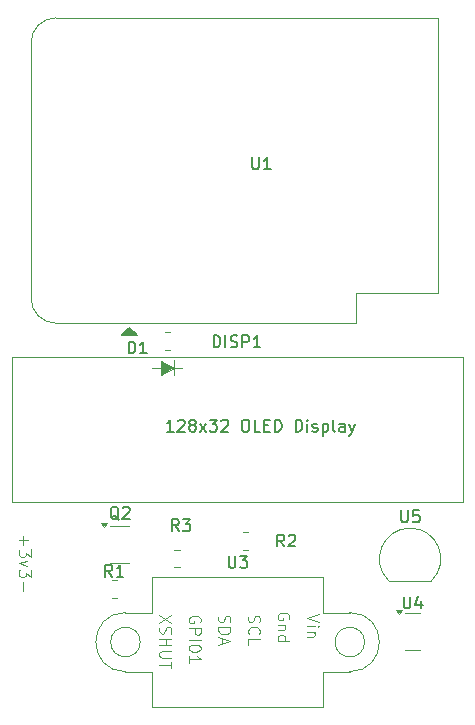
<source format=gbr>
%TF.GenerationSoftware,KiCad,Pcbnew,8.0.7-unknown-202412111143~94124538da~ubuntu24.04.1*%
%TF.CreationDate,2024-12-18T03:39:21-06:00*%
%TF.ProjectId,delivery-box-reporter,64656c69-7665-4727-992d-626f782d7265,rev?*%
%TF.SameCoordinates,Original*%
%TF.FileFunction,Legend,Top*%
%TF.FilePolarity,Positive*%
%FSLAX46Y46*%
G04 Gerber Fmt 4.6, Leading zero omitted, Abs format (unit mm)*
G04 Created by KiCad (PCBNEW 8.0.7-unknown-202412111143~94124538da~ubuntu24.04.1) date 2024-12-18 03:39:21*
%MOMM*%
%LPD*%
G01*
G04 APERTURE LIST*
%ADD10C,0.100000*%
%ADD11C,0.150000*%
%ADD12C,0.120000*%
G04 APERTURE END LIST*
D10*
X137425000Y-100475000D02*
X136325000Y-101050000D01*
X136325000Y-99900000D01*
X137425000Y-100475000D01*
G36*
X137425000Y-100475000D02*
G01*
X136325000Y-101050000D01*
X136325000Y-99900000D01*
X137425000Y-100475000D01*
G37*
X136325000Y-101050000D02*
X137425000Y-100475000D01*
X136325000Y-99900000D02*
X136325000Y-101050000D01*
X137425000Y-100475000D02*
X136325000Y-99900000D01*
X137425000Y-99850000D02*
X137425000Y-101100000D01*
X135525000Y-100500000D02*
X138075000Y-100500000D01*
X124658533Y-114703884D02*
X124658533Y-115465789D01*
X124277580Y-115084836D02*
X125039485Y-115084836D01*
X125277580Y-115846741D02*
X125277580Y-116465788D01*
X125277580Y-116465788D02*
X124896628Y-116132455D01*
X124896628Y-116132455D02*
X124896628Y-116275312D01*
X124896628Y-116275312D02*
X124849009Y-116370550D01*
X124849009Y-116370550D02*
X124801390Y-116418169D01*
X124801390Y-116418169D02*
X124706152Y-116465788D01*
X124706152Y-116465788D02*
X124468057Y-116465788D01*
X124468057Y-116465788D02*
X124372819Y-116418169D01*
X124372819Y-116418169D02*
X124325200Y-116370550D01*
X124325200Y-116370550D02*
X124277580Y-116275312D01*
X124277580Y-116275312D02*
X124277580Y-115989598D01*
X124277580Y-115989598D02*
X124325200Y-115894360D01*
X124325200Y-115894360D02*
X124372819Y-115846741D01*
X124944247Y-116799122D02*
X124277580Y-117037217D01*
X124277580Y-117037217D02*
X124944247Y-117275312D01*
X125277580Y-117561027D02*
X125277580Y-118180074D01*
X125277580Y-118180074D02*
X124896628Y-117846741D01*
X124896628Y-117846741D02*
X124896628Y-117989598D01*
X124896628Y-117989598D02*
X124849009Y-118084836D01*
X124849009Y-118084836D02*
X124801390Y-118132455D01*
X124801390Y-118132455D02*
X124706152Y-118180074D01*
X124706152Y-118180074D02*
X124468057Y-118180074D01*
X124468057Y-118180074D02*
X124372819Y-118132455D01*
X124372819Y-118132455D02*
X124325200Y-118084836D01*
X124325200Y-118084836D02*
X124277580Y-117989598D01*
X124277580Y-117989598D02*
X124277580Y-117703884D01*
X124277580Y-117703884D02*
X124325200Y-117608646D01*
X124325200Y-117608646D02*
X124372819Y-117561027D01*
X124658533Y-118608646D02*
X124658533Y-119370551D01*
D11*
X132754761Y-113350057D02*
X132659523Y-113302438D01*
X132659523Y-113302438D02*
X132564285Y-113207200D01*
X132564285Y-113207200D02*
X132421428Y-113064342D01*
X132421428Y-113064342D02*
X132326190Y-113016723D01*
X132326190Y-113016723D02*
X132230952Y-113016723D01*
X132278571Y-113254819D02*
X132183333Y-113207200D01*
X132183333Y-113207200D02*
X132088095Y-113111961D01*
X132088095Y-113111961D02*
X132040476Y-112921485D01*
X132040476Y-112921485D02*
X132040476Y-112588152D01*
X132040476Y-112588152D02*
X132088095Y-112397676D01*
X132088095Y-112397676D02*
X132183333Y-112302438D01*
X132183333Y-112302438D02*
X132278571Y-112254819D01*
X132278571Y-112254819D02*
X132469047Y-112254819D01*
X132469047Y-112254819D02*
X132564285Y-112302438D01*
X132564285Y-112302438D02*
X132659523Y-112397676D01*
X132659523Y-112397676D02*
X132707142Y-112588152D01*
X132707142Y-112588152D02*
X132707142Y-112921485D01*
X132707142Y-112921485D02*
X132659523Y-113111961D01*
X132659523Y-113111961D02*
X132564285Y-113207200D01*
X132564285Y-113207200D02*
X132469047Y-113254819D01*
X132469047Y-113254819D02*
X132278571Y-113254819D01*
X133088095Y-112350057D02*
X133135714Y-112302438D01*
X133135714Y-112302438D02*
X133230952Y-112254819D01*
X133230952Y-112254819D02*
X133469047Y-112254819D01*
X133469047Y-112254819D02*
X133564285Y-112302438D01*
X133564285Y-112302438D02*
X133611904Y-112350057D01*
X133611904Y-112350057D02*
X133659523Y-112445295D01*
X133659523Y-112445295D02*
X133659523Y-112540533D01*
X133659523Y-112540533D02*
X133611904Y-112683390D01*
X133611904Y-112683390D02*
X133040476Y-113254819D01*
X133040476Y-113254819D02*
X133659523Y-113254819D01*
X140772219Y-98742019D02*
X140772219Y-97742019D01*
X140772219Y-97742019D02*
X141010314Y-97742019D01*
X141010314Y-97742019D02*
X141153171Y-97789638D01*
X141153171Y-97789638D02*
X141248409Y-97884876D01*
X141248409Y-97884876D02*
X141296028Y-97980114D01*
X141296028Y-97980114D02*
X141343647Y-98170590D01*
X141343647Y-98170590D02*
X141343647Y-98313447D01*
X141343647Y-98313447D02*
X141296028Y-98503923D01*
X141296028Y-98503923D02*
X141248409Y-98599161D01*
X141248409Y-98599161D02*
X141153171Y-98694400D01*
X141153171Y-98694400D02*
X141010314Y-98742019D01*
X141010314Y-98742019D02*
X140772219Y-98742019D01*
X141772219Y-98742019D02*
X141772219Y-97742019D01*
X142200790Y-98694400D02*
X142343647Y-98742019D01*
X142343647Y-98742019D02*
X142581742Y-98742019D01*
X142581742Y-98742019D02*
X142676980Y-98694400D01*
X142676980Y-98694400D02*
X142724599Y-98646780D01*
X142724599Y-98646780D02*
X142772218Y-98551542D01*
X142772218Y-98551542D02*
X142772218Y-98456304D01*
X142772218Y-98456304D02*
X142724599Y-98361066D01*
X142724599Y-98361066D02*
X142676980Y-98313447D01*
X142676980Y-98313447D02*
X142581742Y-98265828D01*
X142581742Y-98265828D02*
X142391266Y-98218209D01*
X142391266Y-98218209D02*
X142296028Y-98170590D01*
X142296028Y-98170590D02*
X142248409Y-98122971D01*
X142248409Y-98122971D02*
X142200790Y-98027733D01*
X142200790Y-98027733D02*
X142200790Y-97932495D01*
X142200790Y-97932495D02*
X142248409Y-97837257D01*
X142248409Y-97837257D02*
X142296028Y-97789638D01*
X142296028Y-97789638D02*
X142391266Y-97742019D01*
X142391266Y-97742019D02*
X142629361Y-97742019D01*
X142629361Y-97742019D02*
X142772218Y-97789638D01*
X143200790Y-98742019D02*
X143200790Y-97742019D01*
X143200790Y-97742019D02*
X143581742Y-97742019D01*
X143581742Y-97742019D02*
X143676980Y-97789638D01*
X143676980Y-97789638D02*
X143724599Y-97837257D01*
X143724599Y-97837257D02*
X143772218Y-97932495D01*
X143772218Y-97932495D02*
X143772218Y-98075352D01*
X143772218Y-98075352D02*
X143724599Y-98170590D01*
X143724599Y-98170590D02*
X143676980Y-98218209D01*
X143676980Y-98218209D02*
X143581742Y-98265828D01*
X143581742Y-98265828D02*
X143200790Y-98265828D01*
X144724599Y-98742019D02*
X144153171Y-98742019D01*
X144438885Y-98742019D02*
X144438885Y-97742019D01*
X144438885Y-97742019D02*
X144343647Y-97884876D01*
X144343647Y-97884876D02*
X144248409Y-97980114D01*
X144248409Y-97980114D02*
X144153171Y-98027733D01*
X137374056Y-105879419D02*
X136802628Y-105879419D01*
X137088342Y-105879419D02*
X137088342Y-104879419D01*
X137088342Y-104879419D02*
X136993104Y-105022276D01*
X136993104Y-105022276D02*
X136897866Y-105117514D01*
X136897866Y-105117514D02*
X136802628Y-105165133D01*
X137755009Y-104974657D02*
X137802628Y-104927038D01*
X137802628Y-104927038D02*
X137897866Y-104879419D01*
X137897866Y-104879419D02*
X138135961Y-104879419D01*
X138135961Y-104879419D02*
X138231199Y-104927038D01*
X138231199Y-104927038D02*
X138278818Y-104974657D01*
X138278818Y-104974657D02*
X138326437Y-105069895D01*
X138326437Y-105069895D02*
X138326437Y-105165133D01*
X138326437Y-105165133D02*
X138278818Y-105307990D01*
X138278818Y-105307990D02*
X137707390Y-105879419D01*
X137707390Y-105879419D02*
X138326437Y-105879419D01*
X138897866Y-105307990D02*
X138802628Y-105260371D01*
X138802628Y-105260371D02*
X138755009Y-105212752D01*
X138755009Y-105212752D02*
X138707390Y-105117514D01*
X138707390Y-105117514D02*
X138707390Y-105069895D01*
X138707390Y-105069895D02*
X138755009Y-104974657D01*
X138755009Y-104974657D02*
X138802628Y-104927038D01*
X138802628Y-104927038D02*
X138897866Y-104879419D01*
X138897866Y-104879419D02*
X139088342Y-104879419D01*
X139088342Y-104879419D02*
X139183580Y-104927038D01*
X139183580Y-104927038D02*
X139231199Y-104974657D01*
X139231199Y-104974657D02*
X139278818Y-105069895D01*
X139278818Y-105069895D02*
X139278818Y-105117514D01*
X139278818Y-105117514D02*
X139231199Y-105212752D01*
X139231199Y-105212752D02*
X139183580Y-105260371D01*
X139183580Y-105260371D02*
X139088342Y-105307990D01*
X139088342Y-105307990D02*
X138897866Y-105307990D01*
X138897866Y-105307990D02*
X138802628Y-105355609D01*
X138802628Y-105355609D02*
X138755009Y-105403228D01*
X138755009Y-105403228D02*
X138707390Y-105498466D01*
X138707390Y-105498466D02*
X138707390Y-105688942D01*
X138707390Y-105688942D02*
X138755009Y-105784180D01*
X138755009Y-105784180D02*
X138802628Y-105831800D01*
X138802628Y-105831800D02*
X138897866Y-105879419D01*
X138897866Y-105879419D02*
X139088342Y-105879419D01*
X139088342Y-105879419D02*
X139183580Y-105831800D01*
X139183580Y-105831800D02*
X139231199Y-105784180D01*
X139231199Y-105784180D02*
X139278818Y-105688942D01*
X139278818Y-105688942D02*
X139278818Y-105498466D01*
X139278818Y-105498466D02*
X139231199Y-105403228D01*
X139231199Y-105403228D02*
X139183580Y-105355609D01*
X139183580Y-105355609D02*
X139088342Y-105307990D01*
X139612152Y-105879419D02*
X140135961Y-105212752D01*
X139612152Y-105212752D02*
X140135961Y-105879419D01*
X140421676Y-104879419D02*
X141040723Y-104879419D01*
X141040723Y-104879419D02*
X140707390Y-105260371D01*
X140707390Y-105260371D02*
X140850247Y-105260371D01*
X140850247Y-105260371D02*
X140945485Y-105307990D01*
X140945485Y-105307990D02*
X140993104Y-105355609D01*
X140993104Y-105355609D02*
X141040723Y-105450847D01*
X141040723Y-105450847D02*
X141040723Y-105688942D01*
X141040723Y-105688942D02*
X140993104Y-105784180D01*
X140993104Y-105784180D02*
X140945485Y-105831800D01*
X140945485Y-105831800D02*
X140850247Y-105879419D01*
X140850247Y-105879419D02*
X140564533Y-105879419D01*
X140564533Y-105879419D02*
X140469295Y-105831800D01*
X140469295Y-105831800D02*
X140421676Y-105784180D01*
X141421676Y-104974657D02*
X141469295Y-104927038D01*
X141469295Y-104927038D02*
X141564533Y-104879419D01*
X141564533Y-104879419D02*
X141802628Y-104879419D01*
X141802628Y-104879419D02*
X141897866Y-104927038D01*
X141897866Y-104927038D02*
X141945485Y-104974657D01*
X141945485Y-104974657D02*
X141993104Y-105069895D01*
X141993104Y-105069895D02*
X141993104Y-105165133D01*
X141993104Y-105165133D02*
X141945485Y-105307990D01*
X141945485Y-105307990D02*
X141374057Y-105879419D01*
X141374057Y-105879419D02*
X141993104Y-105879419D01*
X143374057Y-104879419D02*
X143564533Y-104879419D01*
X143564533Y-104879419D02*
X143659771Y-104927038D01*
X143659771Y-104927038D02*
X143755009Y-105022276D01*
X143755009Y-105022276D02*
X143802628Y-105212752D01*
X143802628Y-105212752D02*
X143802628Y-105546085D01*
X143802628Y-105546085D02*
X143755009Y-105736561D01*
X143755009Y-105736561D02*
X143659771Y-105831800D01*
X143659771Y-105831800D02*
X143564533Y-105879419D01*
X143564533Y-105879419D02*
X143374057Y-105879419D01*
X143374057Y-105879419D02*
X143278819Y-105831800D01*
X143278819Y-105831800D02*
X143183581Y-105736561D01*
X143183581Y-105736561D02*
X143135962Y-105546085D01*
X143135962Y-105546085D02*
X143135962Y-105212752D01*
X143135962Y-105212752D02*
X143183581Y-105022276D01*
X143183581Y-105022276D02*
X143278819Y-104927038D01*
X143278819Y-104927038D02*
X143374057Y-104879419D01*
X144707390Y-105879419D02*
X144231200Y-105879419D01*
X144231200Y-105879419D02*
X144231200Y-104879419D01*
X145040724Y-105355609D02*
X145374057Y-105355609D01*
X145516914Y-105879419D02*
X145040724Y-105879419D01*
X145040724Y-105879419D02*
X145040724Y-104879419D01*
X145040724Y-104879419D02*
X145516914Y-104879419D01*
X145945486Y-105879419D02*
X145945486Y-104879419D01*
X145945486Y-104879419D02*
X146183581Y-104879419D01*
X146183581Y-104879419D02*
X146326438Y-104927038D01*
X146326438Y-104927038D02*
X146421676Y-105022276D01*
X146421676Y-105022276D02*
X146469295Y-105117514D01*
X146469295Y-105117514D02*
X146516914Y-105307990D01*
X146516914Y-105307990D02*
X146516914Y-105450847D01*
X146516914Y-105450847D02*
X146469295Y-105641323D01*
X146469295Y-105641323D02*
X146421676Y-105736561D01*
X146421676Y-105736561D02*
X146326438Y-105831800D01*
X146326438Y-105831800D02*
X146183581Y-105879419D01*
X146183581Y-105879419D02*
X145945486Y-105879419D01*
X147707391Y-105879419D02*
X147707391Y-104879419D01*
X147707391Y-104879419D02*
X147945486Y-104879419D01*
X147945486Y-104879419D02*
X148088343Y-104927038D01*
X148088343Y-104927038D02*
X148183581Y-105022276D01*
X148183581Y-105022276D02*
X148231200Y-105117514D01*
X148231200Y-105117514D02*
X148278819Y-105307990D01*
X148278819Y-105307990D02*
X148278819Y-105450847D01*
X148278819Y-105450847D02*
X148231200Y-105641323D01*
X148231200Y-105641323D02*
X148183581Y-105736561D01*
X148183581Y-105736561D02*
X148088343Y-105831800D01*
X148088343Y-105831800D02*
X147945486Y-105879419D01*
X147945486Y-105879419D02*
X147707391Y-105879419D01*
X148707391Y-105879419D02*
X148707391Y-105212752D01*
X148707391Y-104879419D02*
X148659772Y-104927038D01*
X148659772Y-104927038D02*
X148707391Y-104974657D01*
X148707391Y-104974657D02*
X148755010Y-104927038D01*
X148755010Y-104927038D02*
X148707391Y-104879419D01*
X148707391Y-104879419D02*
X148707391Y-104974657D01*
X149135962Y-105831800D02*
X149231200Y-105879419D01*
X149231200Y-105879419D02*
X149421676Y-105879419D01*
X149421676Y-105879419D02*
X149516914Y-105831800D01*
X149516914Y-105831800D02*
X149564533Y-105736561D01*
X149564533Y-105736561D02*
X149564533Y-105688942D01*
X149564533Y-105688942D02*
X149516914Y-105593704D01*
X149516914Y-105593704D02*
X149421676Y-105546085D01*
X149421676Y-105546085D02*
X149278819Y-105546085D01*
X149278819Y-105546085D02*
X149183581Y-105498466D01*
X149183581Y-105498466D02*
X149135962Y-105403228D01*
X149135962Y-105403228D02*
X149135962Y-105355609D01*
X149135962Y-105355609D02*
X149183581Y-105260371D01*
X149183581Y-105260371D02*
X149278819Y-105212752D01*
X149278819Y-105212752D02*
X149421676Y-105212752D01*
X149421676Y-105212752D02*
X149516914Y-105260371D01*
X149993105Y-105212752D02*
X149993105Y-106212752D01*
X149993105Y-105260371D02*
X150088343Y-105212752D01*
X150088343Y-105212752D02*
X150278819Y-105212752D01*
X150278819Y-105212752D02*
X150374057Y-105260371D01*
X150374057Y-105260371D02*
X150421676Y-105307990D01*
X150421676Y-105307990D02*
X150469295Y-105403228D01*
X150469295Y-105403228D02*
X150469295Y-105688942D01*
X150469295Y-105688942D02*
X150421676Y-105784180D01*
X150421676Y-105784180D02*
X150374057Y-105831800D01*
X150374057Y-105831800D02*
X150278819Y-105879419D01*
X150278819Y-105879419D02*
X150088343Y-105879419D01*
X150088343Y-105879419D02*
X149993105Y-105831800D01*
X151040724Y-105879419D02*
X150945486Y-105831800D01*
X150945486Y-105831800D02*
X150897867Y-105736561D01*
X150897867Y-105736561D02*
X150897867Y-104879419D01*
X151850248Y-105879419D02*
X151850248Y-105355609D01*
X151850248Y-105355609D02*
X151802629Y-105260371D01*
X151802629Y-105260371D02*
X151707391Y-105212752D01*
X151707391Y-105212752D02*
X151516915Y-105212752D01*
X151516915Y-105212752D02*
X151421677Y-105260371D01*
X151850248Y-105831800D02*
X151755010Y-105879419D01*
X151755010Y-105879419D02*
X151516915Y-105879419D01*
X151516915Y-105879419D02*
X151421677Y-105831800D01*
X151421677Y-105831800D02*
X151374058Y-105736561D01*
X151374058Y-105736561D02*
X151374058Y-105641323D01*
X151374058Y-105641323D02*
X151421677Y-105546085D01*
X151421677Y-105546085D02*
X151516915Y-105498466D01*
X151516915Y-105498466D02*
X151755010Y-105498466D01*
X151755010Y-105498466D02*
X151850248Y-105450847D01*
X152231201Y-105212752D02*
X152469296Y-105879419D01*
X152707391Y-105212752D02*
X152469296Y-105879419D01*
X152469296Y-105879419D02*
X152374058Y-106117514D01*
X152374058Y-106117514D02*
X152326439Y-106165133D01*
X152326439Y-106165133D02*
X152231201Y-106212752D01*
X133561905Y-99254819D02*
X133561905Y-98254819D01*
X133561905Y-98254819D02*
X133800000Y-98254819D01*
X133800000Y-98254819D02*
X133942857Y-98302438D01*
X133942857Y-98302438D02*
X134038095Y-98397676D01*
X134038095Y-98397676D02*
X134085714Y-98492914D01*
X134085714Y-98492914D02*
X134133333Y-98683390D01*
X134133333Y-98683390D02*
X134133333Y-98826247D01*
X134133333Y-98826247D02*
X134085714Y-99016723D01*
X134085714Y-99016723D02*
X134038095Y-99111961D01*
X134038095Y-99111961D02*
X133942857Y-99207200D01*
X133942857Y-99207200D02*
X133800000Y-99254819D01*
X133800000Y-99254819D02*
X133561905Y-99254819D01*
X135085714Y-99254819D02*
X134514286Y-99254819D01*
X134800000Y-99254819D02*
X134800000Y-98254819D01*
X134800000Y-98254819D02*
X134704762Y-98397676D01*
X134704762Y-98397676D02*
X134609524Y-98492914D01*
X134609524Y-98492914D02*
X134514286Y-98540533D01*
X146733333Y-115604819D02*
X146400000Y-115128628D01*
X146161905Y-115604819D02*
X146161905Y-114604819D01*
X146161905Y-114604819D02*
X146542857Y-114604819D01*
X146542857Y-114604819D02*
X146638095Y-114652438D01*
X146638095Y-114652438D02*
X146685714Y-114700057D01*
X146685714Y-114700057D02*
X146733333Y-114795295D01*
X146733333Y-114795295D02*
X146733333Y-114938152D01*
X146733333Y-114938152D02*
X146685714Y-115033390D01*
X146685714Y-115033390D02*
X146638095Y-115081009D01*
X146638095Y-115081009D02*
X146542857Y-115128628D01*
X146542857Y-115128628D02*
X146161905Y-115128628D01*
X147114286Y-114700057D02*
X147161905Y-114652438D01*
X147161905Y-114652438D02*
X147257143Y-114604819D01*
X147257143Y-114604819D02*
X147495238Y-114604819D01*
X147495238Y-114604819D02*
X147590476Y-114652438D01*
X147590476Y-114652438D02*
X147638095Y-114700057D01*
X147638095Y-114700057D02*
X147685714Y-114795295D01*
X147685714Y-114795295D02*
X147685714Y-114890533D01*
X147685714Y-114890533D02*
X147638095Y-115033390D01*
X147638095Y-115033390D02*
X147066667Y-115604819D01*
X147066667Y-115604819D02*
X147685714Y-115604819D01*
X156643095Y-112544819D02*
X156643095Y-113354342D01*
X156643095Y-113354342D02*
X156690714Y-113449580D01*
X156690714Y-113449580D02*
X156738333Y-113497200D01*
X156738333Y-113497200D02*
X156833571Y-113544819D01*
X156833571Y-113544819D02*
X157024047Y-113544819D01*
X157024047Y-113544819D02*
X157119285Y-113497200D01*
X157119285Y-113497200D02*
X157166904Y-113449580D01*
X157166904Y-113449580D02*
X157214523Y-113354342D01*
X157214523Y-113354342D02*
X157214523Y-112544819D01*
X158166904Y-112544819D02*
X157690714Y-112544819D01*
X157690714Y-112544819D02*
X157643095Y-113021009D01*
X157643095Y-113021009D02*
X157690714Y-112973390D01*
X157690714Y-112973390D02*
X157785952Y-112925771D01*
X157785952Y-112925771D02*
X158024047Y-112925771D01*
X158024047Y-112925771D02*
X158119285Y-112973390D01*
X158119285Y-112973390D02*
X158166904Y-113021009D01*
X158166904Y-113021009D02*
X158214523Y-113116247D01*
X158214523Y-113116247D02*
X158214523Y-113354342D01*
X158214523Y-113354342D02*
X158166904Y-113449580D01*
X158166904Y-113449580D02*
X158119285Y-113497200D01*
X158119285Y-113497200D02*
X158024047Y-113544819D01*
X158024047Y-113544819D02*
X157785952Y-113544819D01*
X157785952Y-113544819D02*
X157690714Y-113497200D01*
X157690714Y-113497200D02*
X157643095Y-113449580D01*
X156850595Y-119854819D02*
X156850595Y-120664342D01*
X156850595Y-120664342D02*
X156898214Y-120759580D01*
X156898214Y-120759580D02*
X156945833Y-120807200D01*
X156945833Y-120807200D02*
X157041071Y-120854819D01*
X157041071Y-120854819D02*
X157231547Y-120854819D01*
X157231547Y-120854819D02*
X157326785Y-120807200D01*
X157326785Y-120807200D02*
X157374404Y-120759580D01*
X157374404Y-120759580D02*
X157422023Y-120664342D01*
X157422023Y-120664342D02*
X157422023Y-119854819D01*
X158326785Y-120188152D02*
X158326785Y-120854819D01*
X158088690Y-119807200D02*
X157850595Y-120521485D01*
X157850595Y-120521485D02*
X158469642Y-120521485D01*
X132183333Y-118154819D02*
X131850000Y-117678628D01*
X131611905Y-118154819D02*
X131611905Y-117154819D01*
X131611905Y-117154819D02*
X131992857Y-117154819D01*
X131992857Y-117154819D02*
X132088095Y-117202438D01*
X132088095Y-117202438D02*
X132135714Y-117250057D01*
X132135714Y-117250057D02*
X132183333Y-117345295D01*
X132183333Y-117345295D02*
X132183333Y-117488152D01*
X132183333Y-117488152D02*
X132135714Y-117583390D01*
X132135714Y-117583390D02*
X132088095Y-117631009D01*
X132088095Y-117631009D02*
X131992857Y-117678628D01*
X131992857Y-117678628D02*
X131611905Y-117678628D01*
X133135714Y-118154819D02*
X132564286Y-118154819D01*
X132850000Y-118154819D02*
X132850000Y-117154819D01*
X132850000Y-117154819D02*
X132754762Y-117297676D01*
X132754762Y-117297676D02*
X132659524Y-117392914D01*
X132659524Y-117392914D02*
X132564286Y-117440533D01*
X137833333Y-114304819D02*
X137500000Y-113828628D01*
X137261905Y-114304819D02*
X137261905Y-113304819D01*
X137261905Y-113304819D02*
X137642857Y-113304819D01*
X137642857Y-113304819D02*
X137738095Y-113352438D01*
X137738095Y-113352438D02*
X137785714Y-113400057D01*
X137785714Y-113400057D02*
X137833333Y-113495295D01*
X137833333Y-113495295D02*
X137833333Y-113638152D01*
X137833333Y-113638152D02*
X137785714Y-113733390D01*
X137785714Y-113733390D02*
X137738095Y-113781009D01*
X137738095Y-113781009D02*
X137642857Y-113828628D01*
X137642857Y-113828628D02*
X137261905Y-113828628D01*
X138166667Y-113304819D02*
X138785714Y-113304819D01*
X138785714Y-113304819D02*
X138452381Y-113685771D01*
X138452381Y-113685771D02*
X138595238Y-113685771D01*
X138595238Y-113685771D02*
X138690476Y-113733390D01*
X138690476Y-113733390D02*
X138738095Y-113781009D01*
X138738095Y-113781009D02*
X138785714Y-113876247D01*
X138785714Y-113876247D02*
X138785714Y-114114342D01*
X138785714Y-114114342D02*
X138738095Y-114209580D01*
X138738095Y-114209580D02*
X138690476Y-114257200D01*
X138690476Y-114257200D02*
X138595238Y-114304819D01*
X138595238Y-114304819D02*
X138309524Y-114304819D01*
X138309524Y-114304819D02*
X138214286Y-114257200D01*
X138214286Y-114257200D02*
X138166667Y-114209580D01*
X144038095Y-82654819D02*
X144038095Y-83464342D01*
X144038095Y-83464342D02*
X144085714Y-83559580D01*
X144085714Y-83559580D02*
X144133333Y-83607200D01*
X144133333Y-83607200D02*
X144228571Y-83654819D01*
X144228571Y-83654819D02*
X144419047Y-83654819D01*
X144419047Y-83654819D02*
X144514285Y-83607200D01*
X144514285Y-83607200D02*
X144561904Y-83559580D01*
X144561904Y-83559580D02*
X144609523Y-83464342D01*
X144609523Y-83464342D02*
X144609523Y-82654819D01*
X145609523Y-83654819D02*
X145038095Y-83654819D01*
X145323809Y-83654819D02*
X145323809Y-82654819D01*
X145323809Y-82654819D02*
X145228571Y-82797676D01*
X145228571Y-82797676D02*
X145133333Y-82892914D01*
X145133333Y-82892914D02*
X145038095Y-82940533D01*
X142038095Y-116404819D02*
X142038095Y-117214342D01*
X142038095Y-117214342D02*
X142085714Y-117309580D01*
X142085714Y-117309580D02*
X142133333Y-117357200D01*
X142133333Y-117357200D02*
X142228571Y-117404819D01*
X142228571Y-117404819D02*
X142419047Y-117404819D01*
X142419047Y-117404819D02*
X142514285Y-117357200D01*
X142514285Y-117357200D02*
X142561904Y-117309580D01*
X142561904Y-117309580D02*
X142609523Y-117214342D01*
X142609523Y-117214342D02*
X142609523Y-116404819D01*
X142990476Y-116404819D02*
X143609523Y-116404819D01*
X143609523Y-116404819D02*
X143276190Y-116785771D01*
X143276190Y-116785771D02*
X143419047Y-116785771D01*
X143419047Y-116785771D02*
X143514285Y-116833390D01*
X143514285Y-116833390D02*
X143561904Y-116881009D01*
X143561904Y-116881009D02*
X143609523Y-116976247D01*
X143609523Y-116976247D02*
X143609523Y-117214342D01*
X143609523Y-117214342D02*
X143561904Y-117309580D01*
X143561904Y-117309580D02*
X143514285Y-117357200D01*
X143514285Y-117357200D02*
X143419047Y-117404819D01*
X143419047Y-117404819D02*
X143133333Y-117404819D01*
X143133333Y-117404819D02*
X143038095Y-117357200D01*
X143038095Y-117357200D02*
X142990476Y-117309580D01*
D10*
X147129961Y-121777693D02*
X147177580Y-121682455D01*
X147177580Y-121682455D02*
X147177580Y-121539598D01*
X147177580Y-121539598D02*
X147129961Y-121396741D01*
X147129961Y-121396741D02*
X147034723Y-121301503D01*
X147034723Y-121301503D02*
X146939485Y-121253884D01*
X146939485Y-121253884D02*
X146749009Y-121206265D01*
X146749009Y-121206265D02*
X146606152Y-121206265D01*
X146606152Y-121206265D02*
X146415676Y-121253884D01*
X146415676Y-121253884D02*
X146320438Y-121301503D01*
X146320438Y-121301503D02*
X146225200Y-121396741D01*
X146225200Y-121396741D02*
X146177580Y-121539598D01*
X146177580Y-121539598D02*
X146177580Y-121634836D01*
X146177580Y-121634836D02*
X146225200Y-121777693D01*
X146225200Y-121777693D02*
X146272819Y-121825312D01*
X146272819Y-121825312D02*
X146606152Y-121825312D01*
X146606152Y-121825312D02*
X146606152Y-121634836D01*
X146844247Y-122253884D02*
X146177580Y-122253884D01*
X146749009Y-122253884D02*
X146796628Y-122301503D01*
X146796628Y-122301503D02*
X146844247Y-122396741D01*
X146844247Y-122396741D02*
X146844247Y-122539598D01*
X146844247Y-122539598D02*
X146796628Y-122634836D01*
X146796628Y-122634836D02*
X146701390Y-122682455D01*
X146701390Y-122682455D02*
X146177580Y-122682455D01*
X146177580Y-123587217D02*
X147177580Y-123587217D01*
X146225200Y-123587217D02*
X146177580Y-123491979D01*
X146177580Y-123491979D02*
X146177580Y-123301503D01*
X146177580Y-123301503D02*
X146225200Y-123206265D01*
X146225200Y-123206265D02*
X146272819Y-123158646D01*
X146272819Y-123158646D02*
X146368057Y-123111027D01*
X146368057Y-123111027D02*
X146653771Y-123111027D01*
X146653771Y-123111027D02*
X146749009Y-123158646D01*
X146749009Y-123158646D02*
X146796628Y-123206265D01*
X146796628Y-123206265D02*
X146844247Y-123301503D01*
X146844247Y-123301503D02*
X146844247Y-123491979D01*
X146844247Y-123491979D02*
X146796628Y-123587217D01*
X149677580Y-121361027D02*
X148677580Y-121694360D01*
X148677580Y-121694360D02*
X149677580Y-122027693D01*
X148677580Y-122361027D02*
X149344247Y-122361027D01*
X149677580Y-122361027D02*
X149629961Y-122313408D01*
X149629961Y-122313408D02*
X149582342Y-122361027D01*
X149582342Y-122361027D02*
X149629961Y-122408646D01*
X149629961Y-122408646D02*
X149677580Y-122361027D01*
X149677580Y-122361027D02*
X149582342Y-122361027D01*
X149344247Y-122837217D02*
X148677580Y-122837217D01*
X149249009Y-122837217D02*
X149296628Y-122884836D01*
X149296628Y-122884836D02*
X149344247Y-122980074D01*
X149344247Y-122980074D02*
X149344247Y-123122931D01*
X149344247Y-123122931D02*
X149296628Y-123218169D01*
X149296628Y-123218169D02*
X149201390Y-123265788D01*
X149201390Y-123265788D02*
X148677580Y-123265788D01*
X143725200Y-121456265D02*
X143677580Y-121599122D01*
X143677580Y-121599122D02*
X143677580Y-121837217D01*
X143677580Y-121837217D02*
X143725200Y-121932455D01*
X143725200Y-121932455D02*
X143772819Y-121980074D01*
X143772819Y-121980074D02*
X143868057Y-122027693D01*
X143868057Y-122027693D02*
X143963295Y-122027693D01*
X143963295Y-122027693D02*
X144058533Y-121980074D01*
X144058533Y-121980074D02*
X144106152Y-121932455D01*
X144106152Y-121932455D02*
X144153771Y-121837217D01*
X144153771Y-121837217D02*
X144201390Y-121646741D01*
X144201390Y-121646741D02*
X144249009Y-121551503D01*
X144249009Y-121551503D02*
X144296628Y-121503884D01*
X144296628Y-121503884D02*
X144391866Y-121456265D01*
X144391866Y-121456265D02*
X144487104Y-121456265D01*
X144487104Y-121456265D02*
X144582342Y-121503884D01*
X144582342Y-121503884D02*
X144629961Y-121551503D01*
X144629961Y-121551503D02*
X144677580Y-121646741D01*
X144677580Y-121646741D02*
X144677580Y-121884836D01*
X144677580Y-121884836D02*
X144629961Y-122027693D01*
X143772819Y-123027693D02*
X143725200Y-122980074D01*
X143725200Y-122980074D02*
X143677580Y-122837217D01*
X143677580Y-122837217D02*
X143677580Y-122741979D01*
X143677580Y-122741979D02*
X143725200Y-122599122D01*
X143725200Y-122599122D02*
X143820438Y-122503884D01*
X143820438Y-122503884D02*
X143915676Y-122456265D01*
X143915676Y-122456265D02*
X144106152Y-122408646D01*
X144106152Y-122408646D02*
X144249009Y-122408646D01*
X144249009Y-122408646D02*
X144439485Y-122456265D01*
X144439485Y-122456265D02*
X144534723Y-122503884D01*
X144534723Y-122503884D02*
X144629961Y-122599122D01*
X144629961Y-122599122D02*
X144677580Y-122741979D01*
X144677580Y-122741979D02*
X144677580Y-122837217D01*
X144677580Y-122837217D02*
X144629961Y-122980074D01*
X144629961Y-122980074D02*
X144582342Y-123027693D01*
X143677580Y-123932455D02*
X143677580Y-123456265D01*
X143677580Y-123456265D02*
X144677580Y-123456265D01*
X139629961Y-122027693D02*
X139677580Y-121932455D01*
X139677580Y-121932455D02*
X139677580Y-121789598D01*
X139677580Y-121789598D02*
X139629961Y-121646741D01*
X139629961Y-121646741D02*
X139534723Y-121551503D01*
X139534723Y-121551503D02*
X139439485Y-121503884D01*
X139439485Y-121503884D02*
X139249009Y-121456265D01*
X139249009Y-121456265D02*
X139106152Y-121456265D01*
X139106152Y-121456265D02*
X138915676Y-121503884D01*
X138915676Y-121503884D02*
X138820438Y-121551503D01*
X138820438Y-121551503D02*
X138725200Y-121646741D01*
X138725200Y-121646741D02*
X138677580Y-121789598D01*
X138677580Y-121789598D02*
X138677580Y-121884836D01*
X138677580Y-121884836D02*
X138725200Y-122027693D01*
X138725200Y-122027693D02*
X138772819Y-122075312D01*
X138772819Y-122075312D02*
X139106152Y-122075312D01*
X139106152Y-122075312D02*
X139106152Y-121884836D01*
X138677580Y-122503884D02*
X139677580Y-122503884D01*
X139677580Y-122503884D02*
X139677580Y-122884836D01*
X139677580Y-122884836D02*
X139629961Y-122980074D01*
X139629961Y-122980074D02*
X139582342Y-123027693D01*
X139582342Y-123027693D02*
X139487104Y-123075312D01*
X139487104Y-123075312D02*
X139344247Y-123075312D01*
X139344247Y-123075312D02*
X139249009Y-123027693D01*
X139249009Y-123027693D02*
X139201390Y-122980074D01*
X139201390Y-122980074D02*
X139153771Y-122884836D01*
X139153771Y-122884836D02*
X139153771Y-122503884D01*
X138677580Y-123503884D02*
X139677580Y-123503884D01*
X139677580Y-124170550D02*
X139677580Y-124265788D01*
X139677580Y-124265788D02*
X139629961Y-124361026D01*
X139629961Y-124361026D02*
X139582342Y-124408645D01*
X139582342Y-124408645D02*
X139487104Y-124456264D01*
X139487104Y-124456264D02*
X139296628Y-124503883D01*
X139296628Y-124503883D02*
X139058533Y-124503883D01*
X139058533Y-124503883D02*
X138868057Y-124456264D01*
X138868057Y-124456264D02*
X138772819Y-124408645D01*
X138772819Y-124408645D02*
X138725200Y-124361026D01*
X138725200Y-124361026D02*
X138677580Y-124265788D01*
X138677580Y-124265788D02*
X138677580Y-124170550D01*
X138677580Y-124170550D02*
X138725200Y-124075312D01*
X138725200Y-124075312D02*
X138772819Y-124027693D01*
X138772819Y-124027693D02*
X138868057Y-123980074D01*
X138868057Y-123980074D02*
X139058533Y-123932455D01*
X139058533Y-123932455D02*
X139296628Y-123932455D01*
X139296628Y-123932455D02*
X139487104Y-123980074D01*
X139487104Y-123980074D02*
X139582342Y-124027693D01*
X139582342Y-124027693D02*
X139629961Y-124075312D01*
X139629961Y-124075312D02*
X139677580Y-124170550D01*
X138677580Y-125456264D02*
X138677580Y-124884836D01*
X138677580Y-125170550D02*
X139677580Y-125170550D01*
X139677580Y-125170550D02*
X139534723Y-125075312D01*
X139534723Y-125075312D02*
X139439485Y-124980074D01*
X139439485Y-124980074D02*
X139391866Y-124884836D01*
X141225200Y-121456265D02*
X141177580Y-121599122D01*
X141177580Y-121599122D02*
X141177580Y-121837217D01*
X141177580Y-121837217D02*
X141225200Y-121932455D01*
X141225200Y-121932455D02*
X141272819Y-121980074D01*
X141272819Y-121980074D02*
X141368057Y-122027693D01*
X141368057Y-122027693D02*
X141463295Y-122027693D01*
X141463295Y-122027693D02*
X141558533Y-121980074D01*
X141558533Y-121980074D02*
X141606152Y-121932455D01*
X141606152Y-121932455D02*
X141653771Y-121837217D01*
X141653771Y-121837217D02*
X141701390Y-121646741D01*
X141701390Y-121646741D02*
X141749009Y-121551503D01*
X141749009Y-121551503D02*
X141796628Y-121503884D01*
X141796628Y-121503884D02*
X141891866Y-121456265D01*
X141891866Y-121456265D02*
X141987104Y-121456265D01*
X141987104Y-121456265D02*
X142082342Y-121503884D01*
X142082342Y-121503884D02*
X142129961Y-121551503D01*
X142129961Y-121551503D02*
X142177580Y-121646741D01*
X142177580Y-121646741D02*
X142177580Y-121884836D01*
X142177580Y-121884836D02*
X142129961Y-122027693D01*
X141177580Y-122456265D02*
X142177580Y-122456265D01*
X142177580Y-122456265D02*
X142177580Y-122694360D01*
X142177580Y-122694360D02*
X142129961Y-122837217D01*
X142129961Y-122837217D02*
X142034723Y-122932455D01*
X142034723Y-122932455D02*
X141939485Y-122980074D01*
X141939485Y-122980074D02*
X141749009Y-123027693D01*
X141749009Y-123027693D02*
X141606152Y-123027693D01*
X141606152Y-123027693D02*
X141415676Y-122980074D01*
X141415676Y-122980074D02*
X141320438Y-122932455D01*
X141320438Y-122932455D02*
X141225200Y-122837217D01*
X141225200Y-122837217D02*
X141177580Y-122694360D01*
X141177580Y-122694360D02*
X141177580Y-122456265D01*
X141463295Y-123408646D02*
X141463295Y-123884836D01*
X141177580Y-123313408D02*
X142177580Y-123646741D01*
X142177580Y-123646741D02*
X141177580Y-123980074D01*
X137177580Y-121408646D02*
X136177580Y-122075312D01*
X137177580Y-122075312D02*
X136177580Y-121408646D01*
X136225200Y-122408646D02*
X136177580Y-122551503D01*
X136177580Y-122551503D02*
X136177580Y-122789598D01*
X136177580Y-122789598D02*
X136225200Y-122884836D01*
X136225200Y-122884836D02*
X136272819Y-122932455D01*
X136272819Y-122932455D02*
X136368057Y-122980074D01*
X136368057Y-122980074D02*
X136463295Y-122980074D01*
X136463295Y-122980074D02*
X136558533Y-122932455D01*
X136558533Y-122932455D02*
X136606152Y-122884836D01*
X136606152Y-122884836D02*
X136653771Y-122789598D01*
X136653771Y-122789598D02*
X136701390Y-122599122D01*
X136701390Y-122599122D02*
X136749009Y-122503884D01*
X136749009Y-122503884D02*
X136796628Y-122456265D01*
X136796628Y-122456265D02*
X136891866Y-122408646D01*
X136891866Y-122408646D02*
X136987104Y-122408646D01*
X136987104Y-122408646D02*
X137082342Y-122456265D01*
X137082342Y-122456265D02*
X137129961Y-122503884D01*
X137129961Y-122503884D02*
X137177580Y-122599122D01*
X137177580Y-122599122D02*
X137177580Y-122837217D01*
X137177580Y-122837217D02*
X137129961Y-122980074D01*
X136177580Y-123408646D02*
X137177580Y-123408646D01*
X136701390Y-123408646D02*
X136701390Y-123980074D01*
X136177580Y-123980074D02*
X137177580Y-123980074D01*
X137177580Y-124456265D02*
X136368057Y-124456265D01*
X136368057Y-124456265D02*
X136272819Y-124503884D01*
X136272819Y-124503884D02*
X136225200Y-124551503D01*
X136225200Y-124551503D02*
X136177580Y-124646741D01*
X136177580Y-124646741D02*
X136177580Y-124837217D01*
X136177580Y-124837217D02*
X136225200Y-124932455D01*
X136225200Y-124932455D02*
X136272819Y-124980074D01*
X136272819Y-124980074D02*
X136368057Y-125027693D01*
X136368057Y-125027693D02*
X137177580Y-125027693D01*
X137177580Y-125361027D02*
X137177580Y-125932455D01*
X136177580Y-125646741D02*
X137177580Y-125646741D01*
D12*
%TO.C,Q2*%
X132812500Y-113890000D02*
X132012500Y-113890000D01*
X132812500Y-113890000D02*
X133612500Y-113890000D01*
X132812500Y-117010000D02*
X132012500Y-117010000D01*
X132812500Y-117010000D02*
X133612500Y-117010000D01*
X131512500Y-113940000D02*
X131272500Y-113610000D01*
X131752500Y-113610000D01*
X131512500Y-113940000D01*
G36*
X131512500Y-113940000D02*
G01*
X131272500Y-113610000D01*
X131752500Y-113610000D01*
X131512500Y-113940000D01*
G37*
%TO.C,DISP1*%
X123700000Y-111800000D02*
X161900000Y-111800000D01*
X161900000Y-99600000D01*
X123700000Y-99600000D01*
X123700000Y-111800000D01*
%TO.C,D1*%
X137114564Y-98935000D02*
X136660436Y-98935000D01*
X137114564Y-97465000D02*
X136660436Y-97465000D01*
%TO.C,R2*%
X143260436Y-114415000D02*
X143714564Y-114415000D01*
X143260436Y-115885000D02*
X143714564Y-115885000D01*
%TO.C,U5*%
X155605000Y-118500000D02*
X159205000Y-118500000D01*
X155566522Y-118488478D02*
G75*
G02*
X157405000Y-114049999I1838478J1838478D01*
G01*
X157405000Y-114050000D02*
G75*
G02*
X159243478Y-118488478I0J-2600000D01*
G01*
%TO.C,U4*%
X157612500Y-121240000D02*
X156962500Y-121240000D01*
X157612500Y-121240000D02*
X158262500Y-121240000D01*
X157612500Y-124360000D02*
X156962500Y-124360000D01*
X157612500Y-124360000D02*
X158262500Y-124360000D01*
X156450000Y-121290000D02*
X156210000Y-120960000D01*
X156690000Y-120960000D01*
X156450000Y-121290000D01*
G36*
X156450000Y-121290000D02*
G01*
X156210000Y-120960000D01*
X156690000Y-120960000D01*
X156450000Y-121290000D01*
G37*
%TO.C,R1*%
X132160436Y-118465000D02*
X132614564Y-118465000D01*
X132160436Y-119935000D02*
X132614564Y-119935000D01*
%TO.C,R3*%
X137435436Y-115865000D02*
X137889564Y-115865000D01*
X137435436Y-117335000D02*
X137889564Y-117335000D01*
%TO.C,U1*%
X125300000Y-72960000D02*
X125300000Y-94570000D01*
X152860000Y-94160000D02*
X159760000Y-94160000D01*
X152860000Y-96700000D02*
X127430000Y-96700000D01*
X152860000Y-96700000D02*
X152860000Y-94160000D01*
X159760000Y-70840000D02*
X127430000Y-70840000D01*
X159760000Y-94160000D02*
X159760000Y-70840000D01*
X125300000Y-72970000D02*
G75*
G02*
X127430000Y-70840000I2130000J0D01*
G01*
X127430000Y-96700000D02*
G75*
G02*
X125300000Y-94570000I2J2130002D01*
G01*
D11*
X134275000Y-97740000D02*
X133005000Y-97740000D01*
X133640000Y-97105000D01*
X134275000Y-97740000D01*
G36*
X134275000Y-97740000D02*
G01*
X133005000Y-97740000D01*
X133640000Y-97105000D01*
X134275000Y-97740000D01*
G37*
D10*
%TO.C,U3*%
X133300000Y-121200000D02*
X135550000Y-121200000D01*
X133300000Y-126200000D02*
X135550000Y-126200000D01*
X135550000Y-118200000D02*
X135550000Y-121200000D01*
D12*
X135550000Y-118200000D02*
X150050000Y-118200000D01*
X135550000Y-126200000D02*
X135550000Y-129200000D01*
D10*
X150050000Y-118200000D02*
X150050000Y-121200000D01*
D12*
X150050000Y-126200000D02*
X150050000Y-129200000D01*
X150050000Y-129200000D02*
X135550000Y-129200000D01*
D10*
X152300000Y-126200000D02*
X150050000Y-126200000D01*
X152350000Y-121200000D02*
X150050000Y-121200000D01*
X133300000Y-126200000D02*
G75*
G02*
X133300000Y-121200000I0J2500000D01*
G01*
X152300000Y-121200000D02*
G75*
G02*
X152300000Y-126200000I0J-2500000D01*
G01*
X134550000Y-123700000D02*
G75*
G02*
X132050000Y-123700000I-1250000J0D01*
G01*
X132050000Y-123700000D02*
G75*
G02*
X134550000Y-123700000I1250000J0D01*
G01*
X153550000Y-123700000D02*
G75*
G02*
X151050000Y-123700000I-1250000J0D01*
G01*
X151050000Y-123700000D02*
G75*
G02*
X153550000Y-123700000I1250000J0D01*
G01*
%TD*%
M02*

</source>
